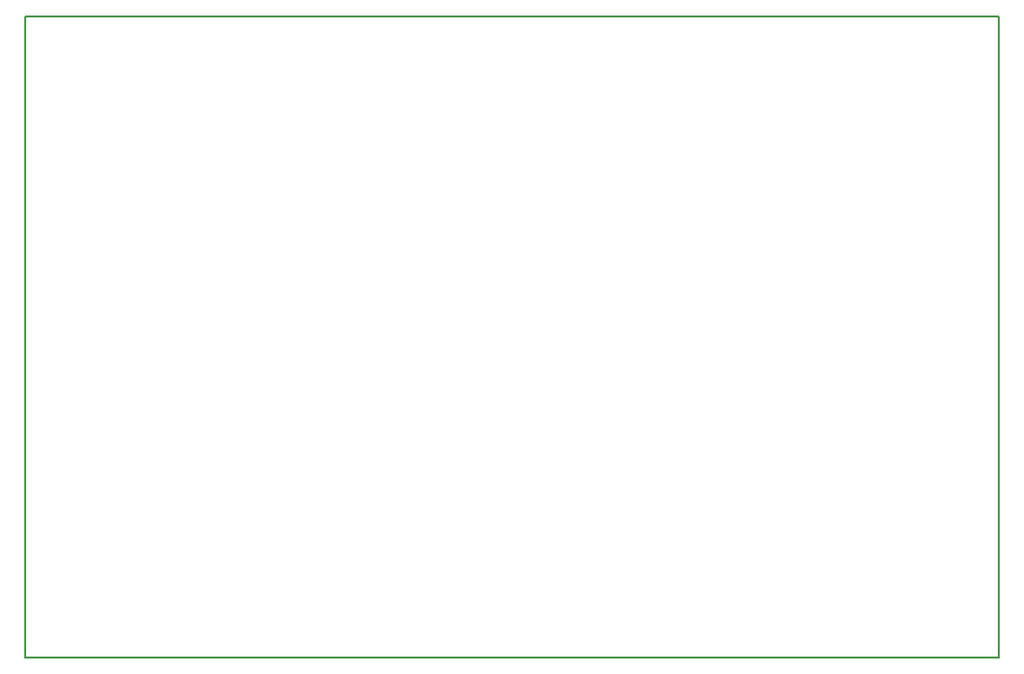
<source format=gbr>
%TF.GenerationSoftware,KiCad,Pcbnew,5.1.9*%
%TF.CreationDate,2021-07-26T21:20:54+02:00*%
%TF.ProjectId,CNCHat,434e4348-6174-42e6-9b69-6361645f7063,rev?*%
%TF.SameCoordinates,Original*%
%TF.FileFunction,Profile,NP*%
%FSLAX46Y46*%
G04 Gerber Fmt 4.6, Leading zero omitted, Abs format (unit mm)*
G04 Created by KiCad (PCBNEW 5.1.9) date 2021-07-26 21:20:54*
%MOMM*%
%LPD*%
G01*
G04 APERTURE LIST*
%TA.AperFunction,Profile*%
%ADD10C,0.150000*%
%TD*%
G04 APERTURE END LIST*
D10*
X100000000Y-126000000D02*
X100000000Y-70000000D01*
X185000000Y-126000000D02*
X100000000Y-126000000D01*
X185000000Y-70000000D02*
X185000000Y-126000000D01*
X100000000Y-70000000D02*
X185000000Y-70000000D01*
M02*

</source>
